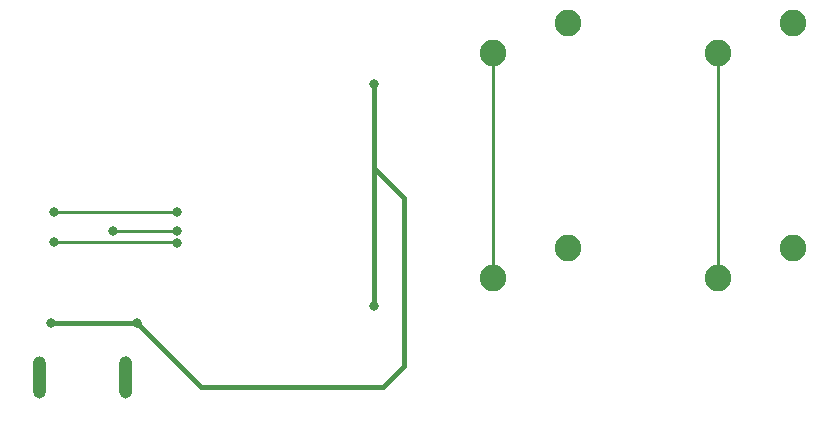
<source format=gtl>
%TF.GenerationSoftware,KiCad,Pcbnew,(5.1.10)-1*%
%TF.CreationDate,2021-12-23T21:02:22-05:00*%
%TF.ProjectId,Keypad,4b657970-6164-42e6-9b69-6361645f7063,rev?*%
%TF.SameCoordinates,Original*%
%TF.FileFunction,Copper,L1,Top*%
%TF.FilePolarity,Positive*%
%FSLAX46Y46*%
G04 Gerber Fmt 4.6, Leading zero omitted, Abs format (unit mm)*
G04 Created by KiCad (PCBNEW (5.1.10)-1) date 2021-12-23 21:02:22*
%MOMM*%
%LPD*%
G01*
G04 APERTURE LIST*
%TA.AperFunction,ComponentPad*%
%ADD10C,2.250000*%
%TD*%
%TA.AperFunction,ViaPad*%
%ADD11C,0.800000*%
%TD*%
%TA.AperFunction,Conductor*%
%ADD12C,0.250000*%
%TD*%
%TA.AperFunction,Conductor*%
%ADD13C,0.381000*%
%TD*%
G04 APERTURE END LIST*
D10*
%TO.P,K2,2*%
%TO.N,Net-(D2-Pad2)*%
X99377500Y-47307500D03*
%TO.P,K2,1*%
%TO.N,COL0*%
X93027500Y-49847500D03*
%TD*%
%TO.P,USB1,7*%
%TO.N,N/C*%
%TA.AperFunction,ComponentPad*%
G36*
G01*
X55193000Y-56978000D02*
X55193000Y-59478000D01*
G75*
G02*
X54643000Y-60028000I-550000J0D01*
G01*
X54643000Y-60028000D01*
G75*
G02*
X54093000Y-59478000I0J550000D01*
G01*
X54093000Y-56978000D01*
G75*
G02*
X54643000Y-56428000I550000J0D01*
G01*
X54643000Y-56428000D01*
G75*
G02*
X55193000Y-56978000I0J-550000D01*
G01*
G37*
%TD.AperFunction*%
%TO.P,USB1,6*%
%TA.AperFunction,ComponentPad*%
G36*
G01*
X62493000Y-56978000D02*
X62493000Y-59478000D01*
G75*
G02*
X61943000Y-60028000I-550000J0D01*
G01*
X61943000Y-60028000D01*
G75*
G02*
X61393000Y-59478000I0J550000D01*
G01*
X61393000Y-56978000D01*
G75*
G02*
X61943000Y-56428000I550000J0D01*
G01*
X61943000Y-56428000D01*
G75*
G02*
X62493000Y-56978000I0J-550000D01*
G01*
G37*
%TD.AperFunction*%
%TD*%
%TO.P,K4,2*%
%TO.N,Net-(D4-Pad2)*%
X118427500Y-47307500D03*
%TO.P,K4,1*%
%TO.N,COL1*%
X112077500Y-49847500D03*
%TD*%
%TO.P,K3,2*%
%TO.N,Net-(D3-Pad2)*%
X118427500Y-28257500D03*
%TO.P,K3,1*%
%TO.N,COL1*%
X112077500Y-30797500D03*
%TD*%
%TO.P,K1,2*%
%TO.N,Net-(D1-Pad2)*%
X99377500Y-28257500D03*
%TO.P,K1,1*%
%TO.N,COL0*%
X93027500Y-30797500D03*
%TD*%
D11*
%TO.N,Net-(C1-Pad1)*%
X55880000Y-44196000D03*
X66294000Y-44196000D03*
%TO.N,VCC*%
X82931000Y-33401000D03*
X82931000Y-52197000D03*
X82931000Y-52197000D03*
X55626000Y-53594000D03*
X62865000Y-53594000D03*
%TO.N,Net-(R1-Pad1)*%
X60833000Y-45847000D03*
X66294000Y-45847000D03*
%TO.N,Net-(R2-Pad1)*%
X55880000Y-46736000D03*
X66294000Y-46847003D03*
%TD*%
D12*
%TO.N,Net-(C1-Pad1)*%
X55880000Y-44196000D02*
X66294000Y-44196000D01*
D13*
%TO.N,VCC*%
X55626000Y-53594000D02*
X62865000Y-53594000D01*
X82931000Y-33401000D02*
X82931000Y-37973000D01*
X82931000Y-37973000D02*
X82931000Y-52197000D01*
X85471000Y-43053000D02*
X85471000Y-57277000D01*
X82931000Y-37973000D02*
X82931000Y-40513000D01*
X82931000Y-40513000D02*
X85471000Y-43053000D01*
X68326000Y-59055000D02*
X62865000Y-53594000D01*
X68326000Y-59055000D02*
X83693000Y-59055000D01*
X83693000Y-59055000D02*
X85471000Y-57277000D01*
D12*
%TO.N,Net-(R1-Pad1)*%
X60833000Y-45847000D02*
X66294000Y-45847000D01*
%TO.N,Net-(R2-Pad1)*%
X66182997Y-46736000D02*
X66294000Y-46847003D01*
X55880000Y-46736000D02*
X66182997Y-46736000D01*
%TO.N,COL1*%
X112077500Y-49847500D02*
X111918750Y-50006250D01*
X112077500Y-49847500D02*
X112077500Y-30797500D01*
%TO.N,COL0*%
X93027500Y-49847500D02*
X93027500Y-30797500D01*
%TD*%
M02*

</source>
